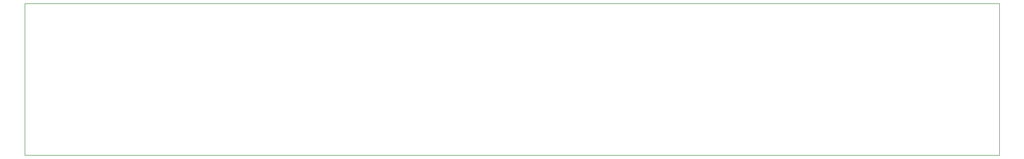
<source format=gbr>
G04 #@! TF.GenerationSoftware,KiCad,Pcbnew,(5.1.4)-1*
G04 #@! TF.CreationDate,2019-11-18T15:59:16-05:00*
G04 #@! TF.ProjectId,teh,7465682e-6b69-4636-9164-5f7063625858,rev?*
G04 #@! TF.SameCoordinates,Original*
G04 #@! TF.FileFunction,Profile,NP*
%FSLAX46Y46*%
G04 Gerber Fmt 4.6, Leading zero omitted, Abs format (unit mm)*
G04 Created by KiCad (PCBNEW (5.1.4)-1) date 2019-11-18 15:59:16*
%MOMM*%
%LPD*%
G04 APERTURE LIST*
%ADD10C,0.050000*%
G04 APERTURE END LIST*
D10*
X91440000Y-38100000D02*
X258445000Y-38100000D01*
X91440000Y-64135000D02*
X91440000Y-38100000D01*
X258445000Y-64135000D02*
X91440000Y-64135000D01*
X258445000Y-38100000D02*
X258445000Y-64135000D01*
M02*

</source>
